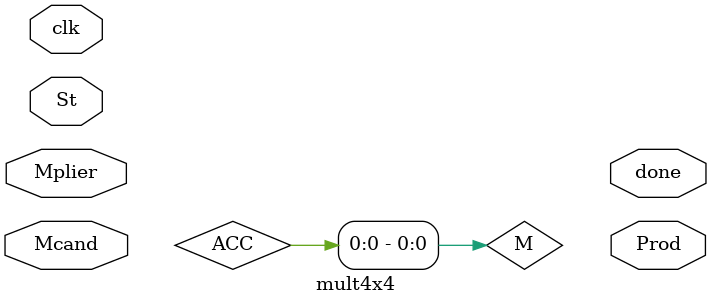
<source format=v>
`timescale 1ns / 1ps
module mult4x4 (
    clk,
    St,
    Mplier,
    Mcand,
    Prod,
    done
    );

//////////////////////////////////////////////////////////////////////////////
// Inputs / Outputs
//////////////////////////////////////////////////////////////////////////////
input         clk;
input         St;
input  [3:0]  Mplier;
input  [3:0]  Mcand;
output [8:0]  Prod; //added
output        done;

//////////////////////////////////////////////////////////////////////////////
// Internal Registers: 
//////////////////////////////////////////////////////////////////////////////
reg done;
reg [3:0] pstate, nstate;
reg [8:0] Prod;


//////////////////////////////////////////////////////////////////////////////
// State Encoding: Assignments
//////////////////////////////////////////////////////////////////////////////
parameter s0      =   4'b0000; 
parameter s1      =   4'b0001; 
parameter s2      =   4'b0010; 
parameter s3      =   4'b0011;
parameter s4      =   4'b0100; 
parameter s5      =   4'b0101; 
parameter s6      =   4'b0110; 
parameter s7      =   4'b0111;
parameter s8      =   4'b1000; 
parameter s9      =   4'b1001;


//////////////////////////////////////////////////////////////////////////////
// Misc
//////////////////////////////////////////////////////////////////////////////
reg [8:0] ACC; //accumulator
//reg M = ACC[0]; //M is bit 0 of ACC; could use 'define
wire M;
assign M = ACC[0];

//////////////////////////////////////////////////////////////////////////////
// Misc
//////////////////////////////////////////////////////////////////////////////
always @(posedge clk or posedge St)
    if (St) 
        pstate = s0;
    else 
        pstate = nstate;

always @(pstate) //state transition
    case (pstate)
        s0: 
            if(St) 
                nstate = s1;
        s1: 
            if(M) 
                nstate = s2; 
            else 
                nstate = s3;
        s2: 
            nstate = s3;
        s3: 
            if(M) 
                nstate = s4; 
            else 
                nstate = s5;
        s4: 
            nstate = s5;
        s5: 
            if(M) 
                nstate = s6; 
            else 
                nstate = s7;
        s6: 
            nstate = s7;
        s7: 
            if(M) 
                nstate = s8; 
            else 
                nstate = s9;
        s8: 
            nstate = s9;
        s9: 
            nstate = s0;
    endcase

always @(pstate) //Output (Action)
    case (pstate)
        s0: begin
            ACC[8:4] = 5'b00000;
            ACC[3:0] = Mplier;
        end
    s1: 
        ACC[8:4] = {1'b0, ACC[7:4]} + {1'b0, Mcand};
    s2: 
        ACC = {1'b0, ACC[8:1]};
    s3: 
        ACC[8:4] = {1'b0, ACC[7:4]} + {1'b0, Mcand};
    s4: 
        ACC = {1'b0, ACC[8:1]};
    s5: 
        ACC[8:4] = {1'b0, ACC[7:4]} + {1'b0, Mcand};
    s6: 
        ACC = {1'b0, ACC[8:1]};
    endcase

endmodule
</source>
